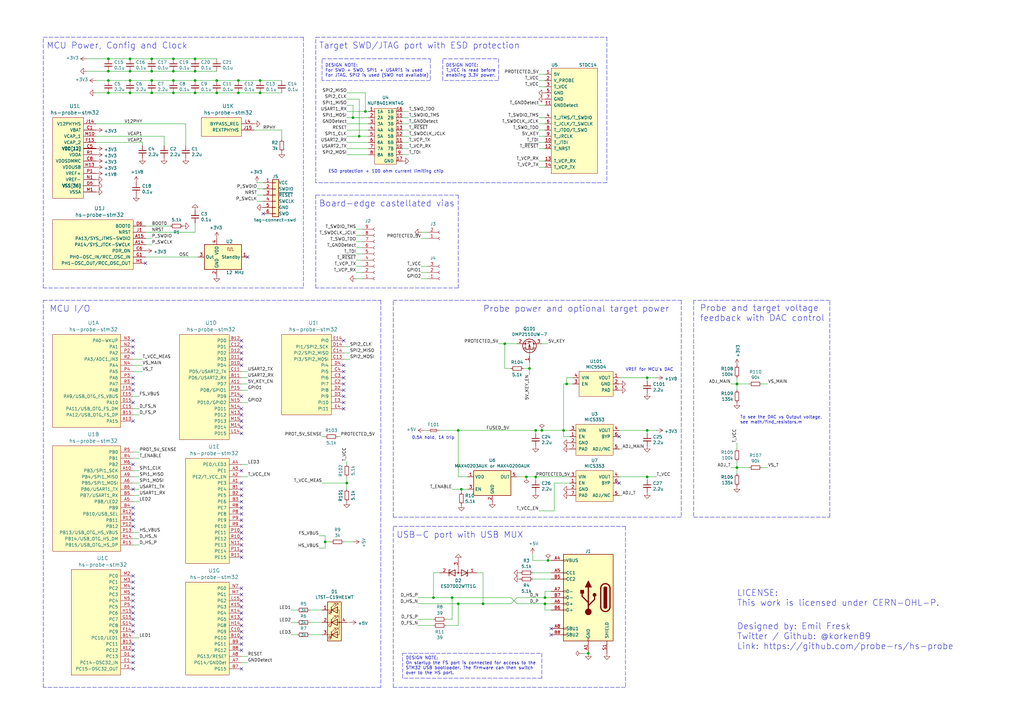
<source format=kicad_sch>
(kicad_sch (version 20211123) (generator eeschema)
  (paper "A3")
  (title_block (title "Rusty High-Speed Probe") (date "2022-01-07") (rev "v2.0"))
  (junction (at 185.42 245.11))
  (junction (at 71.12 33.02))
  (junction (at 144.78 48.26))
  (junction (at 97.79 38.1))
  (junction (at 62.23 38.1))
  (junction (at 106.68 38.1))
  (junction (at 265.43 154.94))
  (junction (at 53.34 38.1))
  (junction (at 177.8 245.11))
  (junction (at 71.12 24.13))
  (junction (at 302.26 191.77))
  (junction (at 53.34 33.02))
  (junction (at 187.96 176.53))
  (junction (at 265.43 176.53))
  (junction (at 71.12 29.21))
  (junction (at 198.12 247.65))
  (junction (at 44.45 29.21))
  (junction (at 187.96 247.65))
  (junction (at 62.23 24.13))
  (junction (at 223.52 245.11))
  (junction (at 142.24 198.12))
  (junction (at 241.3 267.97))
  (junction (at 149.86 45.72))
  (junction (at 88.9 38.1))
  (junction (at 215.9 195.58))
  (junction (at 219.71 195.58))
  (junction (at 44.45 24.13))
  (junction (at 80.01 24.13))
  (junction (at 222.25 176.53))
  (junction (at 232.41 157.48))
  (junction (at 207.01 140.97))
  (junction (at 147.32 55.88))
  (junction (at 133.35 222.25))
  (junction (at 53.34 24.13))
  (junction (at 80.01 38.1))
  (junction (at 219.71 176.53))
  (junction (at 62.23 29.21))
  (junction (at 80.01 29.21))
  (junction (at 106.68 33.02))
  (junction (at 71.12 38.1))
  (junction (at 44.45 38.1))
  (junction (at 302.26 157.48))
  (junction (at 62.23 33.02))
  (junction (at 189.23 200.66))
  (junction (at 80.01 33.02))
  (junction (at 88.9 33.02))
  (junction (at 231.14 176.53))
  (junction (at 265.43 195.58))
  (junction (at 53.34 29.21))
  (junction (at 223.52 247.65))
  (junction (at 224.79 229.87))
  (junction (at 97.79 33.02))
  (junction (at 44.45 33.02))
  (junction (at 217.17 151.13))
  (no_connect (at 226.06 260.35))
  (no_connect (at 99.06 149.86))
  (no_connect (at 54.61 256.54))
  (no_connect (at 54.61 274.32))
  (no_connect (at 54.61 243.84))
  (no_connect (at 140.97 167.64))
  (no_connect (at 99.06 177.8))
  (no_connect (at 140.97 157.48))
  (no_connect (at 54.61 266.7))
  (no_connect (at 54.61 213.36))
  (no_connect (at 99.06 220.98))
  (no_connect (at 54.61 144.78))
  (no_connect (at 99.06 264.16))
  (no_connect (at 99.06 213.36))
  (no_connect (at 54.61 172.72))
  (no_connect (at 99.06 200.66))
  (no_connect (at 140.97 162.56))
  (no_connect (at 99.06 172.72))
  (no_connect (at 99.06 162.56))
  (no_connect (at 99.06 226.06))
  (no_connect (at 99.06 243.84))
  (no_connect (at 107.95 87.63))
  (no_connect (at 54.61 208.28))
  (no_connect (at 99.06 198.12))
  (no_connect (at 99.06 208.28))
  (no_connect (at 99.06 259.08))
  (no_connect (at 54.61 259.08))
  (no_connect (at 99.06 205.74))
  (no_connect (at 99.06 144.78))
  (no_connect (at 140.97 160.02))
  (no_connect (at 99.06 274.32))
  (no_connect (at 99.06 266.7))
  (no_connect (at 99.06 223.52))
  (no_connect (at 140.97 152.4))
  (no_connect (at 99.06 170.18))
  (no_connect (at 54.61 236.22))
  (no_connect (at 99.06 167.64))
  (no_connect (at 99.06 256.54))
  (no_connect (at 140.97 165.1))
  (no_connect (at 54.61 139.7))
  (no_connect (at 99.06 147.32))
  (no_connect (at 99.06 139.7))
  (no_connect (at 54.61 165.1))
  (no_connect (at 99.06 142.24))
  (no_connect (at 254 179.07))
  (no_connect (at 54.61 210.82))
  (no_connect (at 54.61 269.24))
  (no_connect (at 99.06 246.38))
  (no_connect (at 54.61 142.24))
  (no_connect (at 99.06 210.82))
  (no_connect (at 54.61 200.66))
  (no_connect (at 54.61 264.16))
  (no_connect (at 99.06 251.46))
  (no_connect (at 99.06 215.9))
  (no_connect (at 54.61 246.38))
  (no_connect (at 226.06 257.81))
  (no_connect (at 99.06 248.92))
  (no_connect (at 99.06 218.44))
  (no_connect (at 254 198.12))
  (no_connect (at 54.61 251.46))
  (no_connect (at 99.06 175.26))
  (no_connect (at 99.06 261.62))
  (no_connect (at 54.61 241.3))
  (no_connect (at 54.61 215.9))
  (no_connect (at 99.06 193.04))
  (no_connect (at 140.97 149.86))
  (no_connect (at 54.61 238.76))
  (no_connect (at 140.97 139.7))
  (no_connect (at 54.61 271.78))
  (no_connect (at 99.06 254))
  (no_connect (at 140.97 154.94))
  (no_connect (at 54.61 157.48))
  (no_connect (at 99.06 241.3))
  (no_connect (at 54.61 254))
  (no_connect (at 101.6 105.41))
  (no_connect (at 99.06 203.2))
  (no_connect (at 54.61 190.5))
  (no_connect (at 99.06 228.6))
  (no_connect (at 59.69 107.95))
  (no_connect (at 54.61 248.92))
  (no_connect (at 54.61 154.94))
  (no_connect (at 54.61 160.02))
  (wire (pts (xy 146.05 114.3) (xy 148.59 114.3)))
  (wire (pts (xy 302.26 157.48) (xy 302.26 160.02)))
  (wire (pts (xy 69.85 92.71) (xy 59.69 92.71)))
  (wire (pts (xy 58.42 152.4) (xy 54.61 152.4)))
  (wire (pts (xy 105.41 74.93) (xy 107.95 74.93)))
  (wire (pts (xy 233.68 179.07) (xy 231.14 179.07)))
  (wire (pts (xy 226.06 250.19) (xy 223.52 250.19)))
  (wire (pts (xy 80.01 38.1) (xy 88.9 38.1)))
  (wire (pts (xy 222.25 140.97) (xy 224.79 140.97)))
  (wire (pts (xy 314.96 191.77) (xy 312.42 191.77)))
  (polyline (pts (xy 222.25 267.97) (xy 222.25 278.13)))
  (wire (pts (xy 133.35 179.07) (xy 132.08 179.07)))
  (wire (pts (xy 212.09 247.65) (xy 209.55 245.11)))
  (wire (pts (xy 223.52 58.42) (xy 220.98 58.42)))
  (wire (pts (xy 231.14 179.07) (xy 231.14 176.53)))
  (wire (pts (xy 219.71 176.53) (xy 219.71 177.8)))
  (wire (pts (xy 54.61 185.42) (xy 57.15 185.42)))
  (wire (pts (xy 171.45 247.65) (xy 187.96 247.65)))
  (polyline (pts (xy 222.25 278.13) (xy 165.1 278.13)))
  (polyline (pts (xy 256.54 215.9) (xy 256.54 281.94)))
  (wire (pts (xy 97.79 38.1) (xy 88.9 38.1)))
  (wire (pts (xy 57.15 167.64) (xy 54.61 167.64)))
  (wire (pts (xy 101.6 271.78) (xy 99.06 271.78)))
  (polyline (pts (xy 248.92 74.93) (xy 129.54 74.93)))
  (wire (pts (xy 147.32 55.88) (xy 151.13 55.88)))
  (wire (pts (xy 220.98 35.56) (xy 223.52 35.56)))
  (wire (pts (xy 223.52 60.96) (xy 220.98 60.96)))
  (polyline (pts (xy 340.36 212.09) (xy 340.36 123.19)))
  (wire (pts (xy 146.05 93.98) (xy 148.59 93.98)))
  (wire (pts (xy 302.26 157.48) (xy 307.34 157.48)))
  (wire (pts (xy 115.57 53.34) (xy 115.57 57.15)))
  (wire (pts (xy 54.61 195.58) (xy 57.15 195.58)))
  (wire (pts (xy 101.6 160.02) (xy 99.06 160.02)))
  (wire (pts (xy 59.69 97.79) (xy 62.23 97.79)))
  (wire (pts (xy 214.63 151.13) (xy 217.17 151.13)))
  (wire (pts (xy 234.95 154.94) (xy 232.41 154.94)))
  (polyline (pts (xy 204.47 33.02) (xy 181.61 33.02)))
  (wire (pts (xy 226.06 247.65) (xy 223.52 247.65)))
  (wire (pts (xy 44.45 33.02) (xy 53.34 33.02)))
  (wire (pts (xy 172.72 114.3) (xy 175.26 114.3)))
  (wire (pts (xy 62.23 29.21) (xy 53.34 29.21)))
  (polyline (pts (xy 176.53 24.13) (xy 176.53 33.02)))
  (wire (pts (xy 232.41 154.94) (xy 232.41 157.48)))
  (polyline (pts (xy 187.96 80.01) (xy 187.96 118.11)))
  (wire (pts (xy 133.35 222.25) (xy 133.35 224.79)))
  (wire (pts (xy 209.55 151.13) (xy 207.01 151.13)))
  (wire (pts (xy 101.6 165.1) (xy 99.06 165.1)))
  (wire (pts (xy 53.34 29.21) (xy 44.45 29.21)))
  (wire (pts (xy 39.37 50.8) (xy 76.2 50.8)))
  (wire (pts (xy 233.68 198.12) (xy 227.33 198.12)))
  (wire (pts (xy 165.1 50.8) (xy 167.64 50.8)))
  (wire (pts (xy 101.6 190.5) (xy 99.06 190.5)))
  (wire (pts (xy 212.09 195.58) (xy 215.9 195.58)))
  (polyline (pts (xy 181.61 33.02) (xy 181.61 24.13)))
  (wire (pts (xy 80.01 33.02) (xy 88.9 33.02)))
  (wire (pts (xy 299.72 191.77) (xy 302.26 191.77)))
  (wire (pts (xy 105.41 77.47) (xy 107.95 77.47)))
  (polyline (pts (xy 161.29 281.94) (xy 161.29 215.9)))
  (polyline (pts (xy 132.08 33.02) (xy 132.08 24.13)))
  (wire (pts (xy 165.1 45.72) (xy 167.64 45.72)))
  (wire (pts (xy 165.1 55.88) (xy 167.64 55.88)))
  (wire (pts (xy 59.69 105.41) (xy 81.28 105.41)))
  (wire (pts (xy 101.6 195.58) (xy 99.06 195.58)))
  (wire (pts (xy 39.37 55.88) (xy 67.31 55.88)))
  (wire (pts (xy 187.96 195.58) (xy 191.77 195.58)))
  (wire (pts (xy 62.23 33.02) (xy 71.12 33.02)))
  (wire (pts (xy 238.76 267.97) (xy 241.3 267.97)))
  (wire (pts (xy 265.43 195.58) (xy 265.43 196.85)))
  (polyline (pts (xy 17.78 118.11) (xy 17.78 15.24)))
  (polyline (pts (xy 124.46 118.11) (xy 17.78 118.11)))
  (wire (pts (xy 142.24 45.72) (xy 149.86 45.72)))
  (wire (pts (xy 223.52 48.26) (xy 220.98 48.26)))
  (wire (pts (xy 67.31 55.88) (xy 67.31 59.69)))
  (wire (pts (xy 220.98 55.88) (xy 223.52 55.88)))
  (wire (pts (xy 231.14 176.53) (xy 233.68 176.53)))
  (wire (pts (xy 187.96 256.54) (xy 187.96 247.65)))
  (wire (pts (xy 172.72 97.79) (xy 175.26 97.79)))
  (wire (pts (xy 62.23 24.13) (xy 71.12 24.13)))
  (polyline (pts (xy 132.08 24.13) (xy 176.53 24.13)))
  (wire (pts (xy 144.78 222.25) (xy 140.97 222.25)))
  (wire (pts (xy 133.35 219.71) (xy 130.81 219.71)))
  (wire (pts (xy 88.9 33.02) (xy 97.79 33.02)))
  (wire (pts (xy 219.71 195.58) (xy 219.71 196.85)))
  (wire (pts (xy 115.57 38.1) (xy 106.68 38.1)))
  (wire (pts (xy 148.59 106.68) (xy 146.05 106.68)))
  (wire (pts (xy 171.45 245.11) (xy 177.8 245.11)))
  (wire (pts (xy 62.23 29.21) (xy 71.12 29.21)))
  (wire (pts (xy 217.17 151.13) (xy 217.17 148.59)))
  (wire (pts (xy 35.56 24.13) (xy 44.45 24.13)))
  (wire (pts (xy 198.12 247.65) (xy 209.55 247.65)))
  (wire (pts (xy 167.64 63.5) (xy 165.1 63.5)))
  (wire (pts (xy 99.06 152.4) (xy 101.6 152.4)))
  (wire (pts (xy 99.06 154.94) (xy 101.6 154.94)))
  (wire (pts (xy 222.25 176.53) (xy 231.14 176.53)))
  (wire (pts (xy 142.24 55.88) (xy 147.32 55.88)))
  (wire (pts (xy 54.61 223.52) (xy 57.15 223.52)))
  (polyline (pts (xy 156.21 123.19) (xy 156.21 281.94)))
  (wire (pts (xy 204.47 140.97) (xy 207.01 140.97)))
  (wire (pts (xy 54.61 149.86) (xy 58.42 149.86)))
  (polyline (pts (xy 17.78 15.24) (xy 124.46 15.24)))
  (wire (pts (xy 54.61 203.2) (xy 57.15 203.2)))
  (wire (pts (xy 148.59 96.52) (xy 146.05 96.52)))
  (polyline (pts (xy 279.4 123.19) (xy 279.4 212.09)))
  (wire (pts (xy 80.01 38.1) (xy 71.12 38.1)))
  (polyline (pts (xy 204.47 24.13) (xy 204.47 33.02)))
  (wire (pts (xy 172.72 109.22) (xy 175.26 109.22)))
  (polyline (pts (xy 161.29 215.9) (xy 256.54 215.9)))
  (wire (pts (xy 182.88 254) (xy 185.42 254)))
  (wire (pts (xy 212.09 247.65) (xy 223.52 247.65)))
  (wire (pts (xy 146.05 111.76) (xy 148.59 111.76)))
  (polyline (pts (xy 17.78 281.94) (xy 17.78 123.19)))
  (wire (pts (xy 39.37 33.02) (xy 44.45 33.02)))
  (wire (pts (xy 232.41 157.48) (xy 234.95 157.48)))
  (wire (pts (xy 132.08 260.35) (xy 127 260.35)))
  (wire (pts (xy 255.27 184.15) (xy 254 184.15)))
  (wire (pts (xy 223.52 30.48) (xy 220.98 30.48)))
  (wire (pts (xy 223.52 242.57) (xy 223.52 245.11)))
  (wire (pts (xy 144.78 48.26) (xy 151.13 48.26)))
  (wire (pts (xy 54.61 193.04) (xy 57.15 193.04)))
  (wire (pts (xy 207.01 151.13) (xy 207.01 140.97)))
  (wire (pts (xy 223.52 250.19) (xy 223.52 247.65)))
  (wire (pts (xy 71.12 24.13) (xy 80.01 24.13)))
  (wire (pts (xy 54.61 170.18) (xy 57.15 170.18)))
  (wire (pts (xy 189.23 200.66) (xy 191.77 200.66)))
  (wire (pts (xy 185.42 245.11) (xy 209.55 245.11)))
  (polyline (pts (xy 176.53 33.02) (xy 132.08 33.02)))
  (wire (pts (xy 147.32 40.64) (xy 147.32 55.88)))
  (wire (pts (xy 165.1 48.26) (xy 167.64 48.26)))
  (wire (pts (xy 80.01 95.25) (xy 80.01 91.44)))
  (wire (pts (xy 299.72 157.48) (xy 302.26 157.48)))
  (wire (pts (xy 57.15 261.62) (xy 54.61 261.62)))
  (polyline (pts (xy 156.21 281.94) (xy 17.78 281.94)))
  (polyline (pts (xy 165.1 278.13) (xy 165.1 267.97)))
  (wire (pts (xy 119.38 250.19) (xy 121.92 250.19)))
  (wire (pts (xy 142.24 48.26) (xy 144.78 48.26)))
  (wire (pts (xy 189.23 201.93) (xy 189.23 200.66)))
  (wire (pts (xy 133.35 222.25) (xy 133.35 219.71)))
  (wire (pts (xy 149.86 45.72) (xy 151.13 45.72)))
  (polyline (pts (xy 17.78 123.19) (xy 156.21 123.19)))
  (wire (pts (xy 44.45 38.1) (xy 39.37 38.1)))
  (wire (pts (xy 57.15 220.98) (xy 54.61 220.98)))
  (wire (pts (xy 265.43 154.94) (xy 269.24 154.94)))
  (wire (pts (xy 177.8 234.95) (xy 177.8 245.11)))
  (wire (pts (xy 44.45 24.13) (xy 53.34 24.13)))
  (wire (pts (xy 265.43 154.94) (xy 265.43 156.21)))
  (wire (pts (xy 172.72 111.76) (xy 175.26 111.76)))
  (wire (pts (xy 167.64 58.42) (xy 165.1 58.42)))
  (wire (pts (xy 54.61 198.12) (xy 57.15 198.12)))
  (wire (pts (xy 195.58 234.95) (xy 198.12 234.95)))
  (wire (pts (xy 148.59 101.6) (xy 146.05 101.6)))
  (wire (pts (xy 88.9 29.21) (xy 80.01 29.21)))
  (wire (pts (xy 105.41 80.01) (xy 107.95 80.01)))
  (wire (pts (xy 171.45 256.54) (xy 177.8 256.54)))
  (wire (pts (xy 71.12 33.02) (xy 80.01 33.02)))
  (wire (pts (xy 62.23 38.1) (xy 53.34 38.1)))
  (wire (pts (xy 146.05 109.22) (xy 148.59 109.22)))
  (wire (pts (xy 142.24 63.5) (xy 151.13 63.5)))
  (wire (pts (xy 54.61 147.32) (xy 58.42 147.32)))
  (wire (pts (xy 255.27 203.2) (xy 254 203.2)))
  (wire (pts (xy 182.88 256.54) (xy 187.96 256.54)))
  (wire (pts (xy 254 195.58) (xy 265.43 195.58)))
  (wire (pts (xy 106.68 38.1) (xy 97.79 38.1)))
  (wire (pts (xy 265.43 176.53) (xy 265.43 177.8)))
  (wire (pts (xy 148.59 104.14) (xy 146.05 104.14)))
  (wire (pts (xy 198.12 234.95) (xy 198.12 247.65)))
  (wire (pts (xy 302.26 181.61) (xy 302.26 184.15)))
  (wire (pts (xy 127 255.27) (xy 132.08 255.27)))
  (wire (pts (xy 104.14 53.34) (xy 115.57 53.34)))
  (wire (pts (xy 265.43 195.58) (xy 269.24 195.58)))
  (wire (pts (xy 232.41 157.48) (xy 231.14 157.48)))
  (wire (pts (xy 220.98 33.02) (xy 223.52 33.02)))
  (wire (pts (xy 139.7 179.07) (xy 138.43 179.07)))
  (polyline (pts (xy 248.92 15.24) (xy 248.92 74.93)))
  (wire (pts (xy 265.43 176.53) (xy 269.24 176.53)))
  (wire (pts (xy 142.24 50.8) (xy 151.13 50.8)))
  (polyline (pts (xy 284.48 123.19) (xy 284.48 212.09)))
  (wire (pts (xy 143.51 144.78) (xy 140.97 144.78)))
  (wire (pts (xy 177.8 245.11) (xy 185.42 245.11)))
  (wire (pts (xy 185.42 200.66) (xy 189.23 200.66)))
  (polyline (pts (xy 129.54 74.93) (xy 129.54 15.24)))
  (polyline (pts (xy 165.1 267.97) (xy 222.25 267.97)))
  (wire (pts (xy 187.96 176.53) (xy 180.34 176.53)))
  (wire (pts (xy 218.44 229.87) (xy 218.44 227.33)))
  (wire (pts (xy 53.34 24.13) (xy 62.23 24.13)))
  (wire (pts (xy 231.14 157.48) (xy 231.14 176.53)))
  (wire (pts (xy 220.98 66.04) (xy 223.52 66.04)))
  (wire (pts (xy 218.44 234.95) (xy 226.06 234.95)))
  (wire (pts (xy 101.6 157.48) (xy 99.06 157.48)))
  (wire (pts (xy 219.71 176.53) (xy 187.96 176.53)))
  (wire (pts (xy 219.71 176.53) (xy 222.25 176.53)))
  (wire (pts (xy 142.24 198.12) (xy 142.24 195.58)))
  (wire (pts (xy 142.24 58.42) (xy 151.13 58.42)))
  (wire (pts (xy 171.45 254) (xy 177.8 254)))
  (polyline (pts (xy 181.61 24.13) (xy 204.47 24.13)))
  (polyline (pts (xy 161.29 212.09) (xy 161.29 123.19)))
  (wire (pts (xy 215.9 195.58) (xy 219.71 195.58)))
  (wire (pts (xy 59.69 95.25) (xy 80.01 95.25)))
  (wire (pts (xy 39.37 58.42) (xy 58.42 58.42)))
  (wire (pts (xy 223.52 50.8) (xy 220.98 50.8)))
  (polyline (pts (xy 279.4 212.09) (xy 161.29 212.09)))
  (wire (pts (xy 142.24 53.34) (xy 151.13 53.34)))
  (wire (pts (xy 165.1 53.34) (xy 167.64 53.34)))
  (polyline (pts (xy 124.46 15.24) (xy 124.46 118.11)))
  (wire (pts (xy 71.12 29.21) (xy 80.01 29.21)))
  (wire (pts (xy 148.59 99.06) (xy 146.05 99.06)))
  (wire (pts (xy 58.42 58.42) (xy 58.42 59.69)))
  (wire (pts (xy 142.24 60.96) (xy 151.13 60.96)))
  (wire (pts (xy 71.12 38.1) (xy 62.23 38.1)))
  (polyline (pts (xy 284.48 212.09) (xy 340.36 212.09)))
  (wire (pts (xy 223.52 53.34) (xy 220.98 53.34)))
  (wire (pts (xy 53.34 33.02) (xy 62.23 33.02)))
  (wire (pts (xy 219.71 195.58) (xy 233.68 195.58)))
  (wire (pts (xy 217.17 151.13) (xy 217.17 153.67)))
  (wire (pts (xy 254 154.94) (xy 265.43 154.94)))
  (wire (pts (xy 143.51 142.24) (xy 140.97 142.24)))
  (wire (pts (xy 142.24 200.66) (xy 142.24 198.12)))
  (polyline (pts (xy 129.54 80.01) (xy 187.96 80.01)))
  (wire (pts (xy 254 176.53) (xy 265.43 176.53)))
  (wire (pts (xy 227.33 209.55) (xy 220.98 209.55)))
  (wire (pts (xy 99.06 269.24) (xy 101.6 269.24)))
  (wire (pts (xy 175.26 176.53) (xy 173.99 176.53)))
  (polyline (pts (xy 161.29 123.19) (xy 279.4 123.19)))
  (wire (pts (xy 121.92 255.27) (xy 119.38 255.27)))
  (wire (pts (xy 62.23 100.33) (xy 59.69 100.33)))
  (wire (pts (xy 212.09 245.11) (xy 223.52 245.11)))
  (wire (pts (xy 76.2 50.8) (xy 76.2 59.69)))
  (wire (pts (xy 53.34 38.1) (xy 44.45 38.1)))
  (wire (pts (xy 187.96 195.58) (xy 187.96 176.53)))
  (polyline (pts (xy 129.54 15.24) (xy 248.92 15.24)))
  (wire (pts (xy 142.24 189.23) (xy 142.24 190.5)))
  (wire (pts (xy 302.26 189.23) (xy 302.26 191.77)))
  (wire (pts (xy 57.15 162.56) (xy 54.61 162.56)))
  (wire (pts (xy 149.86 38.1) (xy 149.86 45.72)))
  (polyline (pts (xy 340.36 123.19) (xy 284.48 123.19)))
  (wire (pts (xy 133.35 224.79) (xy 130.81 224.79)))
  (wire (pts (xy 142.24 40.64) (xy 147.32 40.64)))
  (wire (pts (xy 224.79 229.87) (xy 218.44 229.87)))
  (wire (pts (xy 142.24 43.18) (xy 144.78 43.18)))
  (wire (pts (xy 172.72 95.25) (xy 175.26 95.25)))
  (wire (pts (xy 187.96 247.65) (xy 198.12 247.65)))
  (wire (pts (xy 57.15 218.44) (xy 54.61 218.44)))
  (wire (pts (xy 44.45 29.21) (xy 35.56 29.21)))
  (polyline (pts (xy 129.54 118.11) (xy 129.54 80.01)))
  (wire (pts (xy 165.1 60.96) (xy 167.64 60.96)))
  (wire (pts (xy 180.34 234.95) (xy 177.8 234.95)))
  (wire (pts (xy 314.96 157.48) (xy 312.42 157.48)))
  (wire (pts (xy 212.09 245.11) (xy 209.55 247.65)))
  (wire (pts (xy 54.61 187.96) (xy 57.15 187.96)))
  (wire (pts (xy 142.24 198.12) (xy 132.08 198.12)))
  (wire (pts (xy 220.98 68.58) (xy 223.52 68.58)))
  (wire (pts (xy 207.01 140.97) (xy 212.09 140.97)))
  (wire (pts (xy 302.26 191.77) (xy 302.26 194.31)))
  (wire (pts (xy 97.79 33.02) (xy 106.68 33.02)))
  (wire (pts (xy 135.89 222.25) (xy 133.35 222.25)))
  (wire (pts (xy 105.41 82.55) (xy 107.95 82.55)))
  (wire (pts (xy 127 250.19) (xy 132.08 250.19)))
  (wire (pts (xy 119.38 260.35) (xy 121.92 260.35)))
  (wire (pts (xy 226.06 229.87) (xy 224.79 229.87)))
  (wire (pts (xy 302.26 191.77) (xy 307.34 191.77)))
  (wire (pts (xy 226.06 237.49) (xy 218.44 237.49)))
  (wire (pts (xy 185.42 254) (xy 185.42 245.11)))
  (polyline (pts (xy 187.96 118.11) (xy 129.54 118.11)))
  (wire (pts (xy 142.24 38.1) (xy 149.86 38.1)))
  (polyline (pts (xy 256.54 281.94) (xy 161.29 281.94)))
  (wire (pts (xy 220.98 43.18) (xy 223.52 43.18)))
  (wire (pts (xy 223.52 245.11) (xy 226.06 245.11)))
  (wire (pts (xy 144.78 43.18) (xy 144.78 48.26)))
  (wire (pts (xy 142.24 255.27) (xy 143.51 255.27)))
  (wire (pts (xy 226.06 242.57) (xy 223.52 242.57)))
  (wire (pts (xy 227.33 198.12) (xy 227.33 209.55)))
  (wire (pts (xy 54.61 200.66) (xy 57.15 200.66)))
  (wire (pts (xy 302.26 154.94) (xy 302.26 157.48)))
  (wire (pts (xy 80.01 24.13) (xy 88.9 24.13)))
  (wire (pts (xy 143.51 147.32) (xy 140.97 147.32)))
  (wire (pts (xy 106.68 33.02) (xy 115.57 33.02)))
  (wire (pts (xy 57.15 205.74) (xy 54.61 205.74)))
  (text "Designed by: Emil Fresk\nTwitter / Github: @korken89\nLink: https://github.com/probe-rs/hs-probe" (at 302.26 266.7 0) (effects (font (size 2.54 2.54)) (justify left bottom)))
  (text "Target SWD/JTAG port with ESD protection" (at 130.81 20.32 0) (effects (font (size 2.54 2.54)) (justify left bottom)))
  (text "Probe and target voltage \nfeedback with DAC control" (at 287.02 132.08 0) (effects (font (size 2.54 2.54)) (justify left bottom)))
  (text "To see the DAC vs Output voltage, \nsee math/find_resistors.m" (at 303.53 173.99 0) (effects (font (size 1.27 1.27)) (justify left bottom)))
  (text "USB-C port with USB MUX" (at 162.56 220.98 0) (effects (font (size 2.54 2.54)) (justify left bottom)))
  (text "DESIGN NOTE:\nT_VCC is read before \nenabling 3.3V power." (at 182.88 31.75 0) (effects (font (size 1.27 1.27)) (justify left bottom)))
  (text "VREF for MCU's DAC" (at 256.54 152.4 0) (effects (font (size 1.27 1.27)) (justify left bottom)))
  (text "Board-edge castellated vias" (at 130.81 85.09 0) (effects (font (size 2.54 2.54)) (justify left bottom)))
  (text "MCU Power, Config and Clock" (at 19.05 20.32 0) (effects (font (size 2.54 2.54)) (justify left bottom)))
  (text "MCU I/O" (at 20.32 128.27 0) (effects (font (size 2.54 2.54)) (justify left bottom)))
  (text "ESD protection + 100 ohm current limiting chip" (at 134.62 71.12 0) (effects (font (size 1.27 1.27)) (justify left bottom)))
  (text "0.5A hold, 1A trip" (at 168.91 180.34 0) (effects (font (size 1.27 1.27)) (justify left bottom)))
  (text "Probe power and optional target power" (at 198.12 128.27 0) (effects (font (size 2.54 2.54)) (justify left bottom)))
  (text "DESIGN NOTE:\nOn startup the FS port is connected for access to the \nSTM32 USB bootloader. The firmware can then switch \nover to the HS port." (at 166.37 276.86 0) (effects (font (size 1.27 1.27)) (justify left bottom)))
  (text "DESIGN NOTE:\nFor SWD + SWO, SPI1 + USART1 is used\nFor JTAG, SPI2 is used (SWO not available)" (at 133.35 31.75 0) (effects (font (size 1.27 1.27)) (justify left bottom)))
  (text "LICENSE:\nThis work is licensed under CERN-OHL-P." (at 302.26 248.92 0) (effects (font (size 2.54 2.54)) (justify left bottom)))
  (label "LED3" (at 101.6 190.5 0))
  (label "SPI2_CLK" (at 142.24 40.64 180))
  (label "SPI1_MOSI" (at 142.24 48.26 180))
  (label "P_SWCLK" (at 62.23 100.33 0))
  (label "VS_MAIN" (at 314.96 157.48 0))
  (label "LED2" (at 57.15 205.74 0))
  (label "USART2_RX" (at 101.6 154.94 0))
  (label "VCAP1" (at 58.42 55.88 180))
  (label "SPI2_CLK" (at 143.51 142.24 0))
  (label "GNDDetect" (at 142.24 50.8 180))
  (label "T_GNDDetect" (at 146.05 101.6 180))
  (label "SPI1_CLK" (at 57.15 193.04 0))
  (label "T_SWDCLK_JCLK" (at 146.05 96.52 180))
  (label "ADJ_T" (at 299.72 191.77 180))
  (label "FUSED_5V" (at 199.39 176.53 0))
  (label "PROT_5V_SENSE" (at 57.15 185.42 0))
  (label "D_HS_P" (at 171.45 245.11 180))
  (label "T_VCC_EN" (at 101.6 195.58 0))
  (label "SPI1_MISO" (at 57.15 195.58 0))
  (label "T_VCC" (at 142.24 189.23 90))
  (label "T_VCP_TX" (at 146.05 109.22 180))
  (label "5V_KEY" (at 220.98 55.88 180))
  (label "P_SWDIO" (at 105.41 77.47 180))
  (label "T_SWDIO_TMS" (at 220.98 48.26 180))
  (label "ADJ_T" (at 255.27 203.2 0))
  (label "T_ENABLE" (at 57.15 187.96 0))
  (label "LED1" (at 119.38 250.19 180))
  (label "T_TDI" (at 146.05 104.14 180))
  (label "T_GNDDetect" (at 220.98 43.18 180))
  (label "GPIO2" (at 101.6 165.1 0))
  (label "D_HS_N" (at 171.45 247.65 180))
  (label "PROT_5V_SENSE" (at 132.08 179.07 180))
  (label "PROTECTED_5V" (at 204.47 140.97 180))
  (label "GPIO1" (at 172.72 111.76 180))
  (label "D_HS_N" (at 57.15 220.98 0))
  (label "USART1_RX" (at 57.15 203.2 0))
  (label "LED1" (at 57.15 261.62 0))
  (label "RESET" (at 101.6 269.24 0))
  (label "USART2_RX" (at 142.24 58.42 180))
  (label "SPI1_CLK" (at 142.24 55.88 180))
  (label "5V_KEY_EN" (at 101.6 157.48 0))
  (label "VS_T" (at 314.96 191.77 0))
  (label "T_ENABLE" (at 185.42 200.66 180))
  (label "T_VCC_MEAS" (at 132.08 198.12 180))
  (label "USART2_TX" (at 101.6 152.4 0))
  (label "NRST" (at 105.41 80.01 180))
  (label "GPIO2" (at 172.72 114.3 180))
  (label "OSC" (at 77.47 105.41 180))
  (label "PROTECTED_5V" (at 220.98 30.48 180))
  (label "T_SWO_TDO" (at 146.05 99.06 180))
  (label "T_VCP_RX" (at 167.64 60.96 0))
  (label "T_VCP_TX" (at 220.98 68.58 180))
  (label "V12PHY" (at 58.42 50.8 180))
  (label "LED3" (at 119.38 260.35 180))
  (label "D_FS_N" (at 57.15 167.64 0))
  (label "SPI2_MOSI" (at 143.51 147.32 0))
  (label "D_HS_P" (at 57.15 223.52 0))
  (label "VCAP2" (at 58.42 58.42 180))
  (label "FS_VBUS" (at 57.15 162.56 0))
  (label "PROTECTED_5V" (at 219.71 195.58 0))
  (label "T_TDI" (at 167.64 63.5 0))
  (label "T_GNDDetect" (at 167.64 50.8 0))
  (label "T_VCC" (at 220.98 33.02 180))
  (label "HS_VBUS" (at 130.81 224.79 180))
  (label "RESET" (at 142.24 53.34 180))
  (label "USART1_TX" (at 57.15 200.66 0))
  (label "T_~{RESET}" (at 146.05 106.68 180))
  (label "USART1_RX" (at 142.24 45.72 180))
  (label "T_VCC" (at 220.98 35.56 180))
  (label "NRST" (at 62.23 95.25 0))
  (label "P_SWDIO" (at 62.23 97.79 0))
  (label "ADJ_MAIN" (at 299.72 157.48 180))
  (label "VS_T" (at 58.42 152.4 0))
  (label "T_VCP_TX" (at 167.64 58.42 0))
  (label "T_SWDIO_TMS" (at 146.05 93.98 180))
  (label "PROTECTED_5V" (at 172.72 97.79 180))
  (label "D_P" (at 220.98 247.65 180))
  (label "T_VCC" (at 302.26 181.61 90))
  (label "SPI1_MOSI" (at 57.15 198.12 0))
  (label "VS_MAIN" (at 58.42 149.86 0))
  (label "T_VCC" (at 172.72 109.22 180))
  (label "D_FS_N" (at 171.45 256.54 180))
  (label "D_N" (at 220.98 245.11 180))
  (label "RPHY" (at 113.03 53.34 180))
  (label "T_VCP_RX" (at 146.05 111.76 180))
  (label "T_VCC_EN" (at 220.98 209.55 180))
  (label "T_VCC_MEAS" (at 58.42 147.32 0))
  (label "FS_VBUS" (at 130.81 219.71 180))
  (label "T_SWDIO_TMS" (at 167.64 48.26 0))
  (label "SPI2_MISO" (at 143.51 144.78 0))
  (label "BOOT0" (at 62.23 92.71 0))
  (label "T_SWDCLK_JCLK" (at 167.64 55.88 0))
  (label "SPI1_MISO" (at 142.24 43.18 180))
  (label "T_SWO_TDO" (at 167.64 45.72 0))
  (label "GPIO1" (at 101.6 160.02 0))
  (label "LED2" (at 119.38 255.27 180))
  (label "ADJ_MAIN" (at 255.27 184.15 0))
  (label "PROTECTED_5V" (at 139.7 179.07 0))
  (label "T_SWDCLK_JCLK" (at 220.98 50.8 180))
  (label "T_TDI" (at 220.98 58.42 180))
  (label "T_SWO_TDO" (at 220.98 53.34 180))
  (label "D_FS_P" (at 57.15 170.18 0))
  (label "T_~{RESET}" (at 167.64 53.34 0))
  (label "USART2_TX" (at 142.24 60.96 180))
  (label "D_FS_P" (at 171.45 254 180))
  (label "SPI2_MOSI" (at 142.24 63.5 180))
  (label "5V_KEY_EN" (at 217.17 153.67 270))
  (label "T_~{RESET}" (at 220.98 60.96 180))
  (label "GNDDetect" (at 101.6 271.78 0))
  (label "HS_VBUS" (at 57.15 218.44 0))
  (label "T_VCC" (at 269.24 195.58 0))
  (label "P_SWCLK" (at 105.41 82.55 180))
  (label "T_VCP_RX" (at 220.98 66.04 180))
  (label "5V_KEY" (at 224.79 140.97 0))
  (label "SPI2_MISO" (at 142.24 38.1 180))
  (symbol (lib_id "Connector:USB_C_Receptacle_USB2.0") (at 241.3 245.11 0) (mirror y) (unit 1)
    (property "Reference" "J1" (at 240.03 226.06 0) (effects (justify right)))
    (property "Value" "USB_C_Receptacle_USB2.0" (effects hide))
    (property "Footprint" "connectors:USB_C_Receptacle_USB4105" (effects hide))
    (property "Datasheet" "https://www.usb.org/sites/default/files/documents/usb_type-c.zip" (effects hide))
    (property "MPN" "C167321 (lcsc.com)" (effects hide))
  )
  (symbol (lib_id "power:GND") (at 248.92 267.97 0) (unit 1)
    (property "Reference" "#PWR06" (effects hide))
    (property "Value" "GND" (effects hide))
  )
  (symbol (lib_id "power:GND") (at 241.3 267.97 0) (unit 1)
    (property "Reference" "#PWR05" (effects hide))
    (property "Value" "GND" (effects hide))
  )
  (symbol (lib_id "power:+3.3V") (at 39.37 63.5 270) (unit 1)
    (property "Reference" "#PWR04" (effects hide))
    (property "Value" "+3.3V" (at 42.6212 63.881 90) (effects (justify left)))
  )
  (symbol (lib_id "Oscillator:ASDMB-xxxMHz") (at 91.44 105.41 0) (mirror y) (unit 1)
    (property "Reference" "U2" (at 92.71 99.06 0) (effects (justify right)))
    (property "Value" "12 MHz" (at 92.71 111.76 0) (effects (justify right)))
    (property "Footprint" "crystals:Crystal_4Pin_2.0x1.6mm" (effects hide))
    (property "Datasheet" "https://global.kyocera.com/prdct/electro/product/pdf/clock_z_xz_e.pdf" (effects hide))
    (property "MPN" "KC2016Z12.0000C15XXK" (effects hide))
  )
  (symbol (lib_id "power:+3.3V") (at 88.9 97.79 0) (mirror y) (unit 1)
    (property "Reference" "#PWR01" (effects hide))
    (property "Value" "+3.3V" (at 88.519 93.3958 0))
  )
  (symbol (lib_id "power:GND") (at 88.9 113.03 0) (mirror y) (unit 1)
    (property "Reference" "#PWR02" (effects hide))
    (property "Value" "GND" (effects hide))
  )
  (symbol (lib_id "Device:C_Small") (at 71.12 35.56 0) (unit 1)
    (property "Reference" "C8" (at 73.4568 34.3916 0) (effects (justify left)))
    (property "Value" "0.1u" (at 73.4568 36.703 0) (effects (justify left)))
    (property "Footprint" "passive:C_0402" (effects hide))
    (property "Tolerance" "25V, X7R" (effects hide))
  )
  (symbol (lib_id "Device:C_Small") (at 80.01 35.56 0) (unit 1)
    (property "Reference" "C9" (at 82.3468 34.3916 0) (effects (justify left)))
    (property "Value" "0.1u" (at 82.3468 36.703 0) (effects (justify left)))
    (property "Footprint" "passive:C_0402" (effects hide))
    (property "Tolerance" "25V, X7R" (effects hide))
  )
  (symbol (lib_id "Device:C_Small") (at 88.9 35.56 0) (unit 1)
    (property "Reference" "C11" (at 91.2368 34.3916 0) (effects (justify left)))
    (property "Value" "0.1u" (at 91.2368 36.703 0) (effects (justify left)))
    (property "Footprint" "passive:C_0402" (effects hide))
    (property "Tolerance" "25V, X7R" (effects hide))
  )
  (symbol (lib_id "Device:C_Small") (at 97.79 35.56 0) (unit 1)
    (property "Reference" "C12" (at 100.1268 34.3916 0) (effects (justify left)))
    (property "Value" "0.1u" (at 100.1268 36.703 0) (effects (justify left)))
    (property "Footprint" "passive:C_0402" (effects hide))
    (property "Tolerance" "25V, X7R" (effects hide))
  )
  (symbol (lib_id "Device:C_Small") (at 106.68 35.56 0) (unit 1)
    (property "Reference" "C13" (at 109.0168 34.3916 0) (effects (justify left)))
    (property "Value" "0.1u" (at 109.0168 36.703 0) (effects (justify left)))
    (property "Footprint" "passive:C_0402" (effects hide))
    (property "Tolerance" "25V, X7R" (effects hide))
  )
  (symbol (lib_id "Device:C_Small") (at 115.57 35.56 0) (unit 1)
    (property "Reference" "C14" (at 117.9068 34.3916 0) (effects (justify left)))
    (property "Value" "0.1u" (at 117.9068 36.703 0) (effects (justify left)))
    (property "Footprint" "passive:C_0402" (effects hide))
    (property "Tolerance" "25V, X7R" (effects hide))
  )
  (symbol (lib_id "Device:C_Small") (at 44.45 26.67 0) (unit 1)
    (property "Reference" "C15" (at 46.7868 25.5016 0) (effects (justify left)))
    (property "Value" "0.1u" (at 46.7868 27.813 0) (effects (justify left)))
    (property "Footprint" "passive:C_0402" (effects hide))
    (property "Tolerance" "25V, X7R" (effects hide))
  )
  (symbol (lib_id "Device:C_Small") (at 53.34 26.67 0) (unit 1)
    (property "Reference" "C16" (at 55.6768 25.5016 0) (effects (justify left)))
    (property "Value" "0.1u" (at 55.6768 27.813 0) (effects (justify left)))
    (property "Footprint" "passive:C_0402" (effects hide))
    (property "Tolerance" "25V, X7R" (effects hide))
  )
  (symbol (lib_id "Device:C_Small") (at 62.23 26.67 0) (unit 1)
    (property "Reference" "C17" (at 64.5668 25.5016 0) (effects (justify left)))
    (property "Value" "0.1u" (at 64.5668 27.813 0) (effects (justify left)))
    (property "Footprint" "passive:C_0402" (effects hide))
    (property "Tolerance" "25V, X7R" (effects hide))
  )
  (symbol (lib_id "Device:C_Small") (at 55.88 77.47 0) (unit 1)
    (property "Reference" "C18" (at 58.2168 76.3016 0) (effects (justify left)))
    (property "Value" "0.1u" (at 58.2168 78.613 0) (effects (justify left)))
    (property "Footprint" "passive:C_0402" (effects hide))
    (property "Tolerance" "25V, X7R" (effects hide))
  )
  (symbol (lib_id "Device:C_Small") (at 71.12 26.67 0) (unit 1)
    (property "Reference" "C19" (at 73.4568 25.5016 0) (effects (justify left)))
    (property "Value" "0.1u" (at 73.4568 27.813 0) (effects (justify left)))
    (property "Footprint" "passive:C_0402" (effects hide))
    (property "Tolerance" "25V, X7R" (effects hide))
  )
  (symbol (lib_id "Device:C_Small") (at 80.01 26.67 0) (unit 1)
    (property "Reference" "C20" (at 82.3468 25.5016 0) (effects (justify left)))
    (property "Value" "0.1u" (at 82.3468 27.813 0) (effects (justify left)))
    (property "Footprint" "passive:C_0402" (effects hide))
    (property "Tolerance" "25V, X7R" (effects hide))
  )
  (symbol (lib_id "Device:C_Small") (at 88.9 26.67 0) (unit 1)
    (property "Reference" "C21" (at 91.2368 25.5016 0) (effects (justify left)))
    (property "Value" "0.1u" (at 91.2368 27.813 0) (effects (justify left)))
    (property "Footprint" "passive:C_0402" (effects hide))
    (property "Tolerance" "25V, X7R" (effects hide))
  )
  (symbol (lib_id "power:+3.3V") (at 39.37 33.02 90) (unit 1)
    (property "Reference" "#PWR011" (effects hide))
    (property "Value" "+3.3V" (at 36.1188 32.639 90) (effects (justify left)))
  )
  (symbol (lib_id "power:GND") (at 39.37 38.1 270) (unit 1)
    (property "Reference" "#PWR012" (effects hide))
    (property "Value" "GND" (effects hide))
  )
  (symbol (lib_id "Device:C_Small") (at 62.23 35.56 0) (unit 1)
    (property "Reference" "C7" (at 64.5668 34.3916 0) (effects (justify left)))
    (property "Value" "2.2u" (at 64.5668 36.703 0) (effects (justify left)))
    (property "Footprint" "passive:C_0402" (effects hide))
    (property "Tolerance" "10V, X5R" (effects hide))
  )
  (symbol (lib_id "Device:C_Small") (at 53.34 35.56 0) (unit 1)
    (property "Reference" "C6" (at 55.6768 34.3916 0) (effects (justify left)))
    (property "Value" "2.2u" (at 55.6768 36.703 0) (effects (justify left)))
    (property "Footprint" "passive:C_0402" (effects hide))
    (property "Tolerance" "10V, X5R" (effects hide))
  )
  (symbol (lib_id "Device:C_Small") (at 44.45 35.56 0) (unit 1)
    (property "Reference" "C5" (at 46.7868 34.3916 0) (effects (justify left)))
    (property "Value" "2.2u" (at 46.7868 36.703 0) (effects (justify left)))
    (property "Footprint" "passive:C_0402" (effects hide))
    (property "Tolerance" "10V, X5R" (effects hide))
  )
  (symbol (lib_id "Device:C_Small") (at 58.42 62.23 0) (mirror y) (unit 1)
    (property "Reference" "C4" (at 60.7568 61.0616 0) (effects (justify right)))
    (property "Value" "2.2u" (at 60.7568 63.373 0) (effects (justify right)))
    (property "Footprint" "passive:C_0402" (effects hide))
    (property "Tolerance" "10V, X5R" (effects hide))
  )
  (symbol (lib_id "Device:C_Small") (at 67.31 62.23 0) (mirror y) (unit 1)
    (property "Reference" "C2" (at 69.6468 61.0616 0) (effects (justify right)))
    (property "Value" "2.2u" (at 69.6468 63.373 0) (effects (justify right)))
    (property "Footprint" "passive:C_0402" (effects hide))
    (property "Tolerance" "10V, X5R" (effects hide))
  )
  (symbol (lib_id "Device:C_Small") (at 76.2 62.23 0) (mirror y) (unit 1)
    (property "Reference" "C1" (at 78.5368 61.0616 0) (effects (justify right)))
    (property "Value" "2.2u" (at 78.5368 63.373 0) (effects (justify right)))
    (property "Footprint" "passive:C_0402" (effects hide))
    (property "Tolerance" "10V, X5R" (effects hide))
  )
  (symbol (lib_id "power:GND") (at 76.2 64.77 0) (mirror y) (unit 1)
    (property "Reference" "#PWR07" (effects hide))
    (property "Value" "GND" (effects hide))
  )
  (symbol (lib_id "power:GND") (at 67.31 64.77 0) (mirror y) (unit 1)
    (property "Reference" "#PWR08" (effects hide))
    (property "Value" "GND" (effects hide))
  )
  (symbol (lib_id "power:GND") (at 58.42 64.77 0) (mirror y) (unit 1)
    (property "Reference" "#PWR013" (effects hide))
    (property "Value" "GND" (effects hide))
  )
  (symbol (lib_id "Device:C_Small") (at 80.01 88.9 0) (mirror x) (unit 1)
    (property "Reference" "C3" (at 82.3468 87.7316 0) (effects (justify left)))
    (property "Value" "0.1u" (at 82.3468 90.043 0) (effects (justify left)))
    (property "Footprint" "passive:C_0402" (effects hide))
    (property "Tolerance" "25V, X7R" (effects hide))
  )
  (symbol (lib_id "power:GND") (at 80.01 86.36 0) (mirror x) (unit 1)
    (property "Reference" "#PWR09" (effects hide))
    (property "Value" "GND" (effects hide))
  )
  (symbol (lib_id "Device:LED_RGBA") (at 137.16 255.27 0) (unit 1)
    (property "Reference" "D1" (at 137.16 242.6462 0))
    (property "Value" "LTST-C19HE1WT" (at 137.16 244.9576 0))
    (property "Footprint" "LED_SMD:LED_LiteOn_LTST-C19HE1WT" (effects hide))
    (property "Datasheet" "https://optoelectronics.liteon.com/upload/download/DS22-2008-0044/LTST-C19HE1WT.pdf" (effects hide))
    (property "MPN" "LTST-C19HE1WT" (effects hide))
  )
  (symbol (lib_id "Device:R_Small") (at 115.57 59.69 0) (mirror y) (unit 1)
    (property "Reference" "R2" (at 114.0714 58.5216 0) (effects (justify left)))
    (property "Value" "3k" (at 114.0714 60.833 0) (effects (justify left)))
    (property "Footprint" "passive:R_0402" (effects hide))
    (property "Tolerance" "1%" (effects hide))
  )
  (symbol (lib_id "power:GND") (at 115.57 62.23 0) (mirror y) (unit 1)
    (property "Reference" "#PWR014" (effects hide))
    (property "Value" "GND" (effects hide))
  )
  (symbol (lib_id "Device:C_Small") (at 265.43 180.34 0) (unit 1)
    (property "Reference" "C25" (at 267.7668 179.1716 0) (effects (justify left)))
    (property "Value" "2.2u" (at 267.7668 181.483 0) (effects (justify left)))
    (property "Footprint" "passive:C_0402" (effects hide))
    (property "Tolerance" "10V, X5R" (effects hide))
  )
  (symbol (lib_id "power:GND") (at 39.37 73.66 90) (unit 1)
    (property "Reference" "#PWR018" (effects hide))
    (property "Value" "GND" (effects hide))
  )
  (symbol (lib_id "Device:R_Small") (at 215.9 234.95 270) (unit 1)
    (property "Reference" "R3" (at 215.9 229.9716 90))
    (property "Value" "5.1k" (at 215.9 232.283 90))
    (property "Footprint" "passive:R_0402" (effects hide))
    (property "Tolerance" "1%" (effects hide))
  )
  (symbol (lib_id "Device:R_Small") (at 215.9 237.49 270) (unit 1)
    (property "Reference" "R4" (at 215.9 240.1316 90))
    (property "Value" "5.1k" (at 215.9 242.443 90))
    (property "Footprint" "passive:R_0402" (effects hide))
    (property "Tolerance" "1%" (effects hide))
  )
  (symbol (lib_id "power:GND") (at 233.68 184.15 270) (unit 1)
    (property "Reference" "#PWR0104" (effects hide))
    (property "Value" "GND" (effects hide))
  )
  (symbol (lib_id "power:GND") (at 213.36 234.95 270) (unit 1)
    (property "Reference" "#PWR020" (effects hide))
    (property "Value" "GND" (effects hide))
  )
  (symbol (lib_id "power:GND") (at 213.36 237.49 270) (unit 1)
    (property "Reference" "#PWR021" (effects hide))
    (property "Value" "GND" (effects hide))
  )
  (symbol (lib_id "Device:C_Small") (at 219.71 199.39 0) (unit 1)
    (property "Reference" "C26" (at 222.0468 198.2216 0) (effects (justify left)))
    (property "Value" "2.2u" (at 222.0468 200.533 0) (effects (justify left)))
    (property "Footprint" "passive:C_0402" (effects hide))
    (property "Tolerance" "10V, X5R" (effects hide))
  )
  (symbol (lib_id "power:GND") (at 265.43 201.93 0) (unit 1)
    (property "Reference" "#PWR035" (effects hide))
    (property "Value" "GND" (effects hide))
  )
  (symbol (lib_id "power:GND") (at 233.68 200.66 270) (unit 1)
    (property "Reference" "#PWR033" (effects hide))
    (property "Value" "GND" (effects hide))
  )
  (symbol (lib_id "power:GND") (at 219.71 201.93 0) (unit 1)
    (property "Reference" "#PWR032" (effects hide))
    (property "Value" "GND" (effects hide))
  )
  (symbol (lib_id "Device:C_Small") (at 265.43 199.39 0) (unit 1)
    (property "Reference" "C27" (at 267.7668 198.2216 0) (effects (justify left)))
    (property "Value" "2.2u" (at 267.7668 200.533 0) (effects (justify left)))
    (property "Footprint" "passive:C_0402" (effects hide))
    (property "Tolerance" "10V, X5R" (effects hide))
  )
  (symbol (lib_id "power:GND") (at 233.68 203.2 270) (unit 1)
    (property "Reference" "#PWR034" (effects hide))
    (property "Value" "GND" (effects hide))
  )
  (symbol (lib_id "power:+5V") (at 218.44 227.33 0) (unit 1)
    (property "Reference" "#PWR024" (effects hide))
    (property "Value" "+5V" (at 218.821 222.9358 0))
  )
  (symbol (lib_id "Device:R_Small") (at 72.39 92.71 90) (unit 1)
    (property "Reference" "R1" (at 72.39 95.25 90))
    (property "Value" "5.1k" (at 72.39 90.17 90))
    (property "Footprint" "passive:R_0402" (effects hide))
    (property "Tolerance" "1%" (effects hide))
  )
  (symbol (lib_id "power:GND") (at 74.93 92.71 90) (unit 1)
    (property "Reference" "#PWR010" (effects hide))
    (property "Value" "GND" (effects hide))
  )
  (symbol (lib_id "power:GND") (at 104.14 50.8 90) (unit 1)
    (property "Reference" "#PWR017" (effects hide))
    (property "Value" "GND" (effects hide))
  )
  (symbol (lib_id "power:+3.3V") (at 59.69 102.87 270) (unit 1)
    (property "Reference" "#PWR016" (effects hide))
    (property "Value" "+3.3V" (at 62.9412 103.251 90) (effects (justify left)))
  )
  (symbol (lib_id "Device:C_Small") (at 219.71 180.34 0) (unit 1)
    (property "Reference" "C24" (at 222.0468 179.1716 0) (effects (justify left)))
    (property "Value" "2.2u" (at 222.0468 181.483 0) (effects (justify left)))
    (property "Footprint" "passive:C_0402" (effects hide))
    (property "Tolerance" "10V, X5R" (effects hide))
  )
  (symbol (lib_id "power:+5V") (at 173.99 176.53 90) (unit 1)
    (property "Reference" "#PWR025" (effects hide))
    (property "Value" "+5V" (at 170.7388 176.149 90) (effects (justify left)))
  )
  (symbol (lib_id "power:+3.3V") (at 269.24 176.53 270) (unit 1)
    (property "Reference" "#PWR029" (effects hide))
    (property "Value" "+3.3V" (at 272.4912 176.911 90) (effects (justify left)))
  )
  (symbol (lib_id "power:GND") (at 265.43 182.88 0) (unit 1)
    (property "Reference" "#PWR028" (effects hide))
    (property "Value" "GND" (effects hide))
  )
  (symbol (lib_id "power:GND") (at 233.68 181.61 270) (unit 1)
    (property "Reference" "#PWR027" (effects hide))
    (property "Value" "GND" (effects hide))
  )
  (symbol (lib_id "power:GND") (at 219.71 182.88 0) (unit 1)
    (property "Reference" "#PWR026" (effects hide))
    (property "Value" "GND" (effects hide))
  )
  (symbol (lib_id "connectors:STDC14") (at 226.06 27.94 0) (unit 1)
    (property "Reference" "U5" (at 226.06 26.67 0) (effects (justify left)))
    (property "Value" "STDC14" (at 237.49 26.67 0) (effects (justify left)))
    (property "Footprint" "connectors:PinHeader_2x07_FTSH-107-01-L-DV-K" (effects hide))
    (property "MPN" "FTSH-107-01-L-DV-K" (effects hide))
  )
  (symbol (lib_id "power:GND") (at 223.52 38.1 270) (unit 1)
    (property "Reference" "#PWR023" (effects hide))
    (property "Value" "GND" (effects hide))
  )
  (symbol (lib_id "interface_esd:NUF8401MNT4G") (at 153.67 44.45 0) (unit 1)
    (property "Reference" "U4" (at 158.115 40.005 0))
    (property "Value" "NUF8401MNT4G" (at 158.115 42.3164 0))
    (property "Footprint" "dfn:DFN-16-1EP_1.6x4mm_P0.5mm" (effects hide))
    (property "Datasheet" "http://www.onsemi.com/pub/Collateral/NUF8401MN-D.PDF" (effects hide))
    (property "MPN" "NUF8401MNT4G" (effects hide))
  )
  (symbol (lib_id "power:GND") (at 165.1 66.04 90) (unit 1)
    (property "Reference" "#PWR022" (effects hide))
    (property "Value" "GND" (effects hide))
  )
  (symbol (lib_id "Device:R_Small") (at 124.46 250.19 270) (unit 1)
    (property "Reference" "R5" (at 124.46 247.65 90))
    (property "Value" "3k" (at 124.46 250.19 90))
    (property "Footprint" "passive:R_0402" (effects hide))
    (property "Tolerance" "1%" (effects hide))
  )
  (symbol (lib_id "Device:R_Small") (at 124.46 255.27 270) (unit 1)
    (property "Reference" "R6" (at 124.46 252.73 90))
    (property "Value" "3k" (at 124.46 255.27 90))
    (property "Footprint" "passive:R_0402" (effects hide))
    (property "Tolerance" "1%" (effects hide))
  )
  (symbol (lib_id "Device:R_Small") (at 124.46 260.35 270) (unit 1)
    (property "Reference" "R7" (at 124.46 257.81 90))
    (property "Value" "3k" (at 124.46 260.35 90))
    (property "Footprint" "passive:R_0402" (effects hide))
    (property "Tolerance" "1%" (effects hide))
  )
  (symbol (lib_id "Device:R_Small") (at 142.24 203.2 0) (unit 1)
    (property "Reference" "R101" (at 139.7 203.2 90))
    (property "Value" "5.1k" (at 144.78 203.2 90))
    (property "Footprint" "passive:R_0402" (effects hide))
    (property "Tolerance" "1%" (effects hide))
  )
  (symbol (lib_id "Device:R_Small") (at 142.24 193.04 0) (unit 1)
    (property "Reference" "R102" (at 139.7 193.04 90))
    (property "Value" "5.1k" (at 144.78 193.04 90))
    (property "Footprint" "passive:R_0402" (effects hide))
    (property "Tolerance" "1%" (effects hide))
  )
  (symbol (lib_id "power:GND") (at 142.24 205.74 0) (unit 1)
    (property "Reference" "#PWR0105" (effects hide))
    (property "Value" "GND" (effects hide))
  )
  (symbol (lib_id "power:+5V") (at 143.51 255.27 270) (unit 1)
    (property "Reference" "#PWR031" (effects hide))
    (property "Value" "+5V" (at 146.7612 255.651 90) (effects (justify left)))
  )
  (symbol (lib_id "power:GND") (at 107.95 85.09 270) (unit 1)
    (property "Reference" "#PWR0102" (effects hide))
    (property "Value" "GND" (effects hide))
  )
  (symbol (lib_id "Connector:Conn_01x09_Female") (at 153.67 104.14 0) (mirror x) (unit 1)
    (property "Reference" "J2" (at 150.9268 90.6018 0))
    (property "Value" "Castellated Vias" (effects hide))
    (property "Footprint" "connectors:1x9_1.5mm_castellated" (effects hide))
  )
  (symbol (lib_id "Connector:Conn_01x02_Female") (at 180.34 97.79 0) (mirror x) (unit 1)
    (property "Reference" "J3" (at 177.5968 91.8718 0))
    (property "Value" "Castellated Vias" (effects hide))
    (property "Footprint" "connectors:1x2_1.5mm_castellated" (effects hide))
  )
  (symbol (lib_id "Connector:Conn_01x03_Female") (at 180.34 111.76 0) (mirror x) (unit 1)
    (property "Reference" "J4" (at 177.5968 105.8418 0))
    (property "Value" "Castellated Vias" (effects hide))
    (property "Footprint" "connectors:1x3_1.5mm_castellated" (effects hide))
  )
  (symbol (lib_id "power:GND") (at 172.72 95.25 270) (unit 1)
    (property "Reference" "#PWR037" (effects hide))
    (property "Value" "GND" (effects hide))
  )
  (symbol (lib_id "hs-probe-stm32:hs-probe-stm32") (at 54.61 139.7 0) (mirror y) (unit 1)
    (property "Reference" "U1" (at 38.3032 132.4102 0) (effects (font (size 1.524 1.524))))
    (property "Value" "hs-probe-stm32" (at 38.3032 135.1026 0) (effects (font (size 1.524 1.524))))
    (property "Footprint" "bga:UFBGA-201_10x10mm_Layout15x15_P0.65mm" (effects hide))
    (property "MPN" "STM32F723IEK6" (effects hide))
  )
  (symbol (lib_id "hs-probe-stm32:hs-probe-stm32") (at 54.61 185.42 0) (mirror y) (unit 2)
    (property "Reference" "U1" (at 38.3032 178.1302 0) (effects (font (size 1.524 1.524))))
    (property "Value" "hs-probe-stm32" (at 38.3032 180.8226 0) (effects (font (size 1.524 1.524))))
    (property "Footprint" "bga:UFBGA-201_10x10mm_Layout15x15_P0.65mm" (effects hide))
    (property "MPN" "STM32F723IEK6" (effects hide))
  )
  (symbol (lib_id "hs-probe-stm32:hs-probe-stm32") (at 54.61 236.22 0) (mirror y) (unit 3)
    (property "Reference" "U1" (at 42.1132 228.9302 0) (effects (font (size 1.524 1.524))))
    (property "Value" "hs-probe-stm32" (at 42.1132 231.6226 0) (effects (font (size 1.524 1.524))))
    (property "Footprint" "bga:UFBGA-201_10x10mm_Layout15x15_P0.65mm" (effects hide))
    (property "MPN" "STM32F723IEK6" (effects hide))
  )
  (symbol (lib_id "hs-probe-stm32:hs-probe-stm32") (at 99.06 139.7 0) (mirror y) (unit 4)
    (property "Reference" "U1" (at 86.5632 132.4102 0) (effects (font (size 1.524 1.524))))
    (property "Value" "hs-probe-stm32" (at 86.5632 135.1026 0) (effects (font (size 1.524 1.524))))
    (property "Footprint" "bga:UFBGA-201_10x10mm_Layout15x15_P0.65mm" (effects hide))
    (property "MPN" "STM32F723IEK6" (effects hide))
  )
  (symbol (lib_id "hs-probe-stm32:hs-probe-stm32") (at 99.06 190.5 0) (mirror y) (unit 5)
    (property "Reference" "U1" (at 87.8332 183.2102 0) (effects (font (size 1.524 1.524))))
    (property "Value" "hs-probe-stm32" (at 87.8332 185.9026 0) (effects (font (size 1.524 1.524))))
    (property "Footprint" "bga:UFBGA-201_10x10mm_Layout15x15_P0.65mm" (effects hide))
    (property "MPN" "STM32F723IEK6" (effects hide))
  )
  (symbol (lib_id "hs-probe-stm32:hs-probe-stm32") (at 99.06 241.3 0) (mirror y) (unit 7)
    (property "Reference" "U1" (at 87.8332 234.0102 0) (effects (font (size 1.524 1.524))))
    (property "Value" "hs-probe-stm32" (at 87.8332 236.7026 0) (effects (font (size 1.524 1.524))))
    (property "Footprint" "bga:UFBGA-201_10x10mm_Layout15x15_P0.65mm" (effects hide))
    (property "MPN" "STM32F723IEK6" (effects hide))
  )
  (symbol (lib_id "hs-probe-stm32:hs-probe-stm32") (at 140.97 139.7 0) (mirror y) (unit 9)
    (property "Reference" "U1" (at 128.4732 132.4102 0) (effects (font (size 1.524 1.524))))
    (property "Value" "hs-probe-stm32" (at 128.4732 135.1026 0) (effects (font (size 1.524 1.524))))
    (property "Footprint" "bga:UFBGA-201_10x10mm_Layout15x15_P0.65mm" (effects hide))
    (property "MPN" "STM32F723IEK6" (effects hide))
  )
  (symbol (lib_id "hs-probe-stm32:hs-probe-stm32") (at 59.69 92.71 0) (mirror y) (unit 10)
    (property "Reference" "U1" (at 40.8432 85.4202 0) (effects (font (size 1.524 1.524))))
    (property "Value" "hs-probe-stm32" (at 40.8432 88.1126 0) (effects (font (size 1.524 1.524))))
    (property "Footprint" "bga:UFBGA-201_10x10mm_Layout15x15_P0.65mm" (effects hide))
    (property "MPN" "STM32F723IEK6" (effects hide))
  )
  (symbol (lib_id "hs-probe-stm32:hs-probe-stm32") (at 104.14 50.8 0) (mirror y) (unit 11)
    (property "Reference" "U1" (at 93.5482 43.5102 0) (effects (font (size 1.524 1.524))))
    (property "Value" "hs-probe-stm32" (at 93.5482 46.2026 0) (effects (font (size 1.524 1.524))))
    (property "Footprint" "bga:UFBGA-201_10x10mm_Layout15x15_P0.65mm" (effects hide))
    (property "MPN" "STM32F723IEK6" (effects hide))
  )
  (symbol (lib_id "hs-probe-stm32:hs-probe-stm32") (at 39.37 50.8 0) (mirror y) (unit 12)
    (property "Reference" "U1" (at 30.6832 43.5102 0) (effects (font (size 1.524 1.524))))
    (property "Value" "hs-probe-stm32" (at 30.6832 46.2026 0) (effects (font (size 1.524 1.524))))
    (property "Footprint" "bga:UFBGA-201_10x10mm_Layout15x15_P0.65mm" (effects hide))
    (property "MPN" "STM32F723IEK6" (effects hide))
  )
  (symbol (lib_id "Device:R_Small") (at 138.43 222.25 270) (unit 1)
    (property "Reference" "R9" (at 138.43 217.2716 90))
    (property "Value" "3k" (at 138.43 219.583 90))
    (property "Footprint" "passive:R_0402" (effects hide))
    (property "Tolerance" "1%" (effects hide))
  )
  (symbol (lib_id "power:+5V") (at 144.78 222.25 270) (unit 1)
    (property "Reference" "#PWR038" (effects hide))
    (property "Value" "+5V" (at 149.1742 222.631 0))
  )
  (symbol (lib_id "power:GND") (at 146.05 114.3 270) (unit 1)
    (property "Reference" "#PWR0103" (effects hide))
    (property "Value" "GND" (effects hide))
  )
  (symbol (lib_id "power:+3.3V") (at 39.37 66.04 270) (unit 1)
    (property "Reference" "#PWR040" (effects hide))
    (property "Value" "+3.3V" (at 42.6212 66.421 90) (effects (justify left)))
  )
  (symbol (lib_id "power:+3.3V") (at 39.37 68.58 270) (unit 1)
    (property "Reference" "#PWR041" (effects hide))
    (property "Value" "+3.3V" (at 42.6212 68.961 90) (effects (justify left)))
  )
  (symbol (lib_id "power:GND") (at 39.37 76.2 90) (unit 1)
    (property "Reference" "#PWR042" (effects hide))
    (property "Value" "GND" (effects hide))
  )
  (symbol (lib_id "power:GND") (at 39.37 78.74 90) (unit 1)
    (property "Reference" "#PWR043" (effects hide))
    (property "Value" "GND" (effects hide))
  )
  (symbol (lib_id "power:+3.3V") (at 39.37 60.96 270) (unit 1)
    (property "Reference" "#PWR039" (effects hide))
    (property "Value" "+3.3V" (at 42.6212 61.341 90) (effects (justify left)))
  )
  (symbol (lib_id "power:+3.3V") (at 39.37 53.34 270) (unit 1)
    (property "Reference" "#PWR03" (effects hide))
    (property "Value" "+3.3V" (at 42.6212 53.721 90) (effects (justify left)))
  )
  (symbol (lib_id "Analog_Switch:MAX40200AUK") (at 201.93 198.12 0) (unit 1)
    (property "Reference" "U6" (at 201.93 188.7982 0))
    (property "Value" "MAX40203AUK or MAX40200AUK" (at 201.93 191.1096 0))
    (property "Footprint" "sot:SOT-23-5" (effects hide))
    (property "Datasheet" "https://datasheets.maximintegrated.com/en/ds/MAX40203.pdf" (effects hide))
  )
  (symbol (lib_id "power:GND") (at 201.93 205.74 0) (unit 1)
    (property "Reference" "#PWR019" (effects hide))
    (property "Value" "GND" (effects hide))
  )
  (symbol (lib_id "Device:R_Small") (at 135.89 179.07 270) (unit 1)
    (property "Reference" "R103" (at 135.89 176.53 90))
    (property "Value" "5.1k" (at 135.89 181.61 90))
    (property "Footprint" "passive:R_0402" (effects hide))
    (property "Tolerance" "1%" (effects hide))
  )
  (symbol (lib_id "Device:Fuse_Small") (at 177.8 176.53 0) (unit 1)
    (property "Reference" "F101" (at 177.8 174.1678 0))
    (property "Value" "Fuse_Small" (effects hide))
    (property "Footprint" "Fuse:Fuse_0603_1608Metric" (effects hide))
    (property "Datasheet" "https://www.bourns.com/docs/Product-Datasheets/mffsmf.pdf" (effects hide))
    (property "MFPN" " MF-FSMF050X-2" (effects hide))
  )
  (symbol (lib_id "Device:Q_PMOS_GSD") (at 217.17 143.51 270) (mirror x) (unit 1)
    (property "Reference" "Q101" (at 217.17 134.8232 90))
    (property "Value" " DMP2110UW-7" (at 217.17 137.1346 90))
    (property "Footprint" "sot:SOT-323" (effects hide))
    (property "Datasheet" "https://www.diodes.com/assets/Datasheets/DMP2110UW.pdf" (effects hide))
    (property "MFPN" " DMP2110UW-7" (effects hide))
  )
  (symbol (lib_id "Device:R_Small") (at 189.23 204.47 0) (unit 1)
    (property "Reference" "R10" (at 190.7286 203.3016 0) (effects (justify left)))
    (property "Value" "5.1k" (at 190.7286 205.613 0) (effects (justify left)))
    (property "Footprint" "passive:R_0402" (effects hide))
    (property "Tolerance" "1%" (effects hide))
  )
  (symbol (lib_id "power:GND") (at 189.23 207.01 0) (unit 1)
    (property "Reference" "#PWR036" (effects hide))
    (property "Value" "GND" (effects hide))
  )
  (symbol (lib_id "Device:R_Small") (at 212.09 151.13 270) (unit 1)
    (property "Reference" "R104" (at 212.09 148.59 90))
    (property "Value" "5.1k" (at 212.09 153.67 90))
    (property "Footprint" "passive:R_0402" (effects hide))
    (property "Tolerance" "1%" (effects hide))
  )
  (symbol (lib_id "power:PWR_FLAG") (at 215.9 195.58 180) (unit 1)
    (property "Reference" "#FLG0104" (effects hide))
    (property "Value" "PWR_FLAG" (effects hide))
  )
  (symbol (lib_id "power:+3.3V") (at 35.56 24.13 90) (unit 1)
    (property "Reference" "#PWR0112" (effects hide))
    (property "Value" "+3.3V" (at 32.3088 23.749 90) (effects (justify left)))
  )
  (symbol (lib_id "power:GND") (at 35.56 29.21 270) (unit 1)
    (property "Reference" "#PWR0111" (effects hide))
    (property "Value" "GND" (effects hide))
  )
  (symbol (lib_id "Device:R_Small") (at 180.34 256.54 270) (unit 1)
    (property "Reference" "R11" (at 180.34 259.1816 90))
    (property "Value" "39" (at 180.34 261.493 90))
    (property "Footprint" "passive:R_0402" (effects hide))
    (property "Tolerance" "1%" (effects hide))
  )
  (symbol (lib_id "Device:R_Small") (at 180.34 254 270) (unit 1)
    (property "Reference" "R8" (at 180.34 248.92 90))
    (property "Value" "39" (at 180.34 251.46 90))
    (property "Footprint" "passive:R_0402" (effects hide))
    (property "Tolerance" "1%" (effects hide))
  )
  (symbol (lib_id "Device:D_Zener_x2_ACom_KKA") (at 187.96 234.95 180) (unit 1)
    (property "Reference" "D2" (at 187.96 238.125 0))
    (property "Value" "ESD7002WTT1G" (at 187.96 240.4364 0))
    (property "Footprint" "sot:SOT-323" (effects hide))
    (property "Datasheet" "https://www.onsemi.com/pdf/datasheet/esd7002-d.pdf" (effects hide))
    (property "MFPN" "ESD7002WTT1G" (effects hide))
  )
  (symbol (lib_id "power:GND") (at 187.96 229.87 180) (unit 1)
    (property "Reference" "#PWR030" (effects hide))
    (property "Value" "GND" (effects hide))
  )
  (symbol (lib_id "connectors:tag-connect-swd") (at 113.03 80.01 0) (unit 1)
    (property "Reference" "J5" (at 111.76 72.39 0) (effects (justify left)))
    (property "Value" "tag-connect-swd" (at 104.14 90.17 0) (effects (justify left)))
    (property "Footprint" "Connector:Tag-Connect_TC2030-IDC-NL_2x03_P1.27mm_Vertical" (effects hide))
  )
  (symbol (lib_id "power:GND") (at 223.52 40.64 270) (unit 1)
    (property "Reference" "#PWR0106" (effects hide))
    (property "Value" "GND" (effects hide))
  )
  (symbol (lib_id "power:+3.3V") (at 105.41 74.93 0) (mirror y) (unit 1)
    (property "Reference" "#PWR0101" (effects hide))
    (property "Value" "+3.3V" (at 105.029 70.5358 0))
  )
  (symbol (lib_id "power:PWR_FLAG") (at 222.25 176.53 0) (unit 1)
    (property "Reference" "#FLG0101" (effects hide))
    (property "Value" "PWR_FLAG" (effects hide))
  )
  (symbol (lib_id "power:PWR_FLAG") (at 224.79 229.87 0) (unit 1)
    (property "Reference" "#FLG0102" (effects hide))
    (property "Value" "PWR_FLAG" (effects hide))
  )
  (symbol (lib_id "ldo:MIC5353") (at 236.22 193.04 0) (unit 1)
    (property "Reference" "U7" (at 243.84 188.849 0))
    (property "Value" "MIC5353" (at 243.84 191.1604 0))
    (property "Footprint" "dfn:DFN-6-1EP_1.6x1.6mm_P0.5mm_EP0.5x1.26mm" (effects hide))
    (property "Datasheet" "https://ww1.microchip.com/downloads/en/DeviceDoc/mic5353.pdf" (effects hide))
  )
  (symbol (lib_id "ldo:MIC5353") (at 236.22 173.99 0) (unit 1)
    (property "Reference" "U3" (at 243.84 169.799 0))
    (property "Value" "MIC5353" (at 243.84 172.1104 0))
    (property "Footprint" "dfn:DFN-6-1EP_1.6x1.6mm_P0.5mm_EP0.5x1.26mm" (effects hide))
    (property "Datasheet" "https://ww1.microchip.com/downloads/en/DeviceDoc/mic5353.pdf" (effects hide))
  )
  (symbol (lib_id "power:PWR_FLAG") (at 238.76 267.97 90) (unit 1)
    (property "Reference" "#FLG0103" (effects hide))
    (property "Value" "PWR_FLAG" (effects hide))
  )
  (symbol (lib_id "Device:R_Small") (at 302.26 152.4 180) (unit 1)
    (property "Reference" "R108" (at 300.7868 151.2316 0) (effects (justify left)))
    (property "Value" "100k" (at 300.7868 153.543 0) (effects (justify left)))
    (property "Footprint" "passive:R_0402" (effects hide))
    (property "Tolerance" "1%" (effects hide))
  )
  (symbol (lib_id "Device:R_Small") (at 302.26 162.56 180) (unit 1)
    (property "Reference" "R109" (at 300.7868 161.3916 0) (effects (justify left)))
    (property "Value" "135k" (at 300.7868 163.703 0) (effects (justify left)))
    (property "Footprint" "passive:R_0402" (effects hide))
    (property "Tolerance" "1%" (effects hide))
  )
  (symbol (lib_id "Device:R_Small") (at 309.88 157.48 90) (unit 1)
    (property "Reference" "R110" (at 309.88 152.5016 90))
    (property "Value" "90k" (at 309.88 154.813 90))
    (property "Footprint" "passive:R_0402" (effects hide))
    (property "Tolerance" "1%" (effects hide))
  )
  (symbol (lib_id "power:GND") (at 302.26 165.1 0) (unit 1)
    (property "Reference" "#PWR0109" (effects hide))
    (property "Value" "GND" (effects hide))
  )
  (symbol (lib_id "power:+3.3V") (at 302.26 149.86 0) (unit 1)
    (property "Reference" "#PWR0108" (effects hide))
    (property "Value" "+3.3V" (at 302.641 146.6088 90) (effects (justify left)))
  )
  (symbol (lib_id "Device:R_Small") (at 302.26 186.69 180) (unit 1)
    (property "Reference" "R105" (at 300.7868 185.5216 0) (effects (justify left)))
    (property "Value" "100k" (at 300.7868 187.833 0) (effects (justify left)))
    (property "Footprint" "passive:R_0402" (effects hide))
    (property "Tolerance" "1%" (effects hide))
  )
  (symbol (lib_id "Device:R_Small") (at 302.26 196.85 180) (unit 1)
    (property "Reference" "R106" (at 300.7868 195.6816 0) (effects (justify left)))
    (property "Value" "135k" (at 300.7868 197.993 0) (effects (justify left)))
    (property "Footprint" "passive:R_0402" (effects hide))
    (property "Tolerance" "1%" (effects hide))
  )
  (symbol (lib_id "Device:R_Small") (at 309.88 191.77 90) (unit 1)
    (property "Reference" "R107" (at 309.88 186.7916 90))
    (property "Value" "90k" (at 309.88 189.103 90))
    (property "Footprint" "passive:R_0402" (effects hide))
    (property "Tolerance" "1%" (effects hide))
  )
  (symbol (lib_id "power:GND") (at 302.26 199.39 0) (unit 1)
    (property "Reference" "#PWR0107" (effects hide))
    (property "Value" "GND" (effects hide))
  )
  (symbol (lib_id "ldo:NCP161AMX300TBG") (at 251.46 152.4 0) (mirror y) (unit 1)
    (property "Reference" "U101" (at 244.475 148.209 0))
    (property "Value" "MIC5504" (at 244.475 150.5204 0))
    (property "Footprint" "dfn:UDFN-4_1x1mm_P0.65mm" (effects hide))
    (property "Datasheet" "https://ww1.microchip.com/downloads/en/DeviceDoc/MIC5501-02-03-04-300mA-Single-Output-LDO-in-Small-Packages-DS20006006B.pdf" (effects hide))
    (property "MFPN" "MIC5504-1.8YMT" (effects hide))
  )
  (symbol (lib_id "power:GND") (at 265.43 161.29 0) (unit 1)
    (property "Reference" "#PWR0115" (effects hide))
    (property "Value" "GND" (effects hide))
  )
  (symbol (lib_id "Device:C_Small") (at 265.43 158.75 0) (unit 1)
    (property "Reference" "C101" (at 267.7668 157.5816 0) (effects (justify left)))
    (property "Value" "2.2u" (at 267.7668 159.893 0) (effects (justify left)))
    (property "Footprint" "passive:C_0402" (effects hide))
    (property "Tolerance" "10V, X5R" (effects hide))
  )
  (symbol (lib_id "power:GND") (at 254 160.02 90) (unit 1)
    (property "Reference" "#PWR0114" (effects hide))
    (property "Value" "GND" (effects hide))
  )
  (symbol (lib_id "power:GND") (at 254 157.48 90) (unit 1)
    (property "Reference" "#PWR0113" (effects hide))
    (property "Value" "GND" (effects hide))
  )
  (symbol (lib_id "power:+1V8") (at 269.24 154.94 270) (unit 1)
    (property "Reference" "#PWR0116" (effects hide))
    (property "Value" "+1V8" (at 272.4912 155.321 90) (effects (justify left)))
  )
  (symbol (lib_id "power:+1V8") (at 39.37 71.12 270) (unit 1)
    (property "Reference" "#PWR0110" (effects hide))
    (property "Value" "+1V8" (at 42.6212 71.501 90) (effects (justify left)))
  )
  (symbol (lib_id "power:+1V8") (at 55.88 74.93 0) (unit 1)
    (property "Reference" "#PWR0117" (effects hide))
    (property "Value" "+1V8" (at 56.261 70.5358 0))
  )
  (symbol (lib_id "power:GND") (at 55.88 80.01 0) (unit 1)
    (property "Reference" "#PWR0118" (effects hide))
    (property "Value" "GND" (effects hide))
  )
)
</source>
